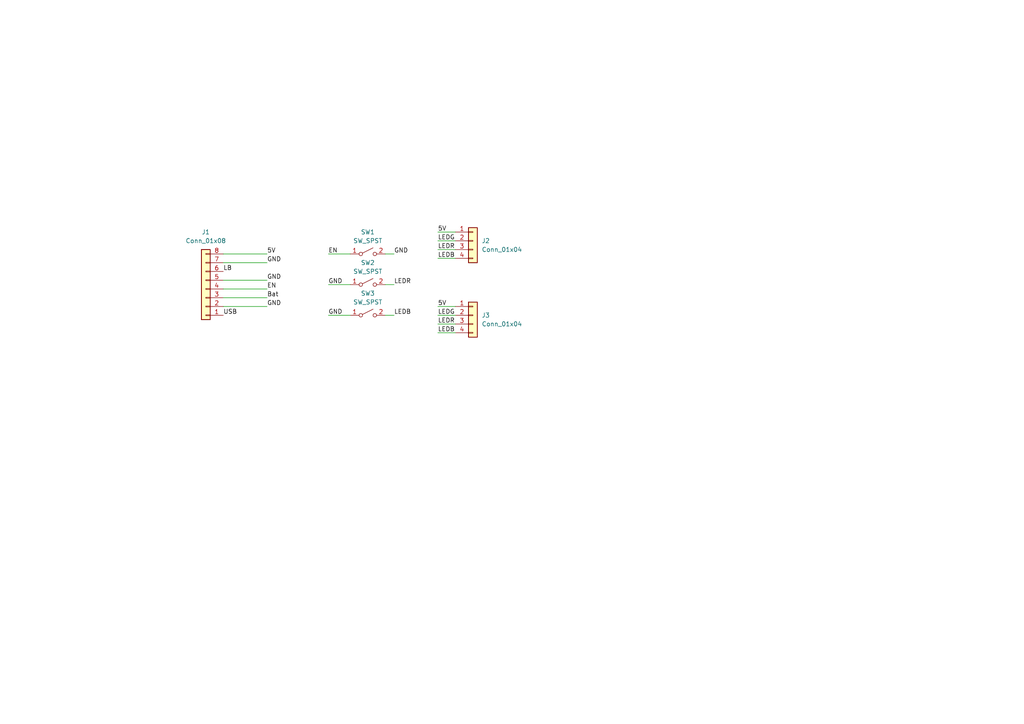
<source format=kicad_sch>
(kicad_sch (version 20231120) (generator "eeschema") (generator_version "8.0")
  (paper "A4")
  (lib_symbols
    (symbol "Connector_Generic:Conn_01x04" (pin_names (offset 1.016) hide)
      (property "Reference" "J" (at 0 5.08 0))
      (property "Value" "Conn_01x04" (at 0 -7.62 0))
      (symbol "Conn_01x04_1_1"
        (rectangle (start -1.27 -4.953) (end 0 -5.207) (stroke (width 0.1524)))
        (rectangle (start -1.27 -2.413) (end 0 -2.667) (stroke (width 0.1524)))
        (rectangle (start -1.27 0.127) (end 0 -0.127) (stroke (width 0.1524)))
        (rectangle (start -1.27 2.667) (end 0 2.413) (stroke (width 0.1524)))
        (rectangle (start -1.27 3.81) (end 1.27 -6.35) (stroke (width 0.254)) (fill (type background)))
        (pin passive line (at -5.08 2.54 0) (length 3.81) (name "Pin_1") (number "1"))
        (pin passive line (at -5.08 0 0) (length 3.81) (name "Pin_2") (number "2"))
        (pin passive line (at -5.08 -2.54 0) (length 3.81) (name "Pin_3") (number "3"))
        (pin passive line (at -5.08 -5.08 0) (length 3.81) (name "Pin_4") (number "4"))
      )
    )
    (symbol "Connector_Generic:Conn_01x08" (pin_names (offset 1.016) hide)
      (property "Reference" "J" (at 0 10.16 0))
      (property "Value" "Conn_01x08" (at 0 -12.7 0))
      (symbol "Conn_01x08_1_1"
        (rectangle (start -1.27 -10.033) (end 0 -10.287) (stroke (width 0.1524)))
        (rectangle (start -1.27 -7.493) (end 0 -7.747) (stroke (width 0.1524)))
        (rectangle (start -1.27 -4.953) (end 0 -5.207) (stroke (width 0.1524)))
        (rectangle (start -1.27 -2.413) (end 0 -2.667) (stroke (width 0.1524)))
        (rectangle (start -1.27 0.127) (end 0 -0.127) (stroke (width 0.1524)))
        (rectangle (start -1.27 2.667) (end 0 2.413) (stroke (width 0.1524)))
        (rectangle (start -1.27 5.207) (end 0 4.953) (stroke (width 0.1524)))
        (rectangle (start -1.27 7.747) (end 0 7.493) (stroke (width 0.1524)))
        (rectangle (start -1.27 8.89) (end 1.27 -11.43) (stroke (width 0.254)) (fill (type background)))
        (pin passive line (at -5.08 7.62 0) (length 3.81) (name "Pin_1") (number "1"))
        (pin passive line (at -5.08 5.08 0) (length 3.81) (name "Pin_2") (number "2"))
        (pin passive line (at -5.08 2.54 0) (length 3.81) (name "Pin_3") (number "3"))
        (pin passive line (at -5.08 0 0) (length 3.81) (name "Pin_4") (number "4"))
        (pin passive line (at -5.08 -2.54 0) (length 3.81) (name "Pin_5") (number "5"))
        (pin passive line (at -5.08 -5.08 0) (length 3.81) (name "Pin_6") (number "6"))
        (pin passive line (at -5.08 -7.62 0) (length 3.81) (name "Pin_7") (number "7"))
        (pin passive line (at -5.08 -10.16 0) (length 3.81) (name "Pin_8") (number "8"))
      )
    )
    (symbol "Switch:SW_SPST" (pin_names (offset 0) hide)
      (property "Reference" "SW" (at 0 3.175 0))
      (property "Value" "SW_SPST" (at 0 -2.54 0))
      (symbol "SW_SPST_0_0"
        (circle (center -2.032 0) (radius 0.508))
        (polyline (pts (xy -1.524 0.254) (xy 1.524 1.778)))
        (circle (center 2.032 0) (radius 0.508))
      )
      (symbol "SW_SPST_1_1"
        (pin passive line (at -5.08 0 0) (length 2.54) (name "A") (number "1"))
        (pin passive line (at 5.08 0 180) (length 2.54) (name "B") (number "2"))
      )
    )
  )
  (wire (pts (xy 114.3 82.55) (xy 111.76 82.55)))
  (wire (pts (xy 95.25 82.55) (xy 101.6 82.55)))
  (wire (pts (xy 77.47 76.2) (xy 64.77 76.2)))
  (wire (pts (xy 77.47 88.9) (xy 64.77 88.9)))
  (wire (pts (xy 127 67.31) (xy 132.08 67.31)))
  (wire (pts (xy 114.3 91.44) (xy 111.76 91.44)))
  (wire (pts (xy 114.3 73.66) (xy 111.76 73.66)))
  (wire (pts (xy 127 91.44) (xy 132.08 91.44)))
  (wire (pts (xy 127 96.52) (xy 132.08 96.52)))
  (wire (pts (xy 127 88.9) (xy 132.08 88.9)))
  (wire (pts (xy 77.47 83.82) (xy 64.77 83.82)))
  (wire (pts (xy 95.25 73.66) (xy 101.6 73.66)))
  (wire (pts (xy 77.47 86.36) (xy 64.77 86.36)))
  (wire (pts (xy 127 72.39) (xy 132.08 72.39)))
  (wire (pts (xy 127 69.85) (xy 132.08 69.85)))
  (wire (pts (xy 127 74.93) (xy 132.08 74.93)))
  (wire (pts (xy 95.25 91.44) (xy 101.6 91.44)))
  (wire (pts (xy 77.47 73.66) (xy 64.77 73.66)))
  (wire (pts (xy 127 93.98) (xy 132.08 93.98)))
  (wire (pts (xy 77.47 81.28) (xy 64.77 81.28)))
  (label "GND" (at 95.25 82.55 0))
  (label "GND" (at 77.47 76.2 0))
  (label "LEDR" (at 114.3 82.55 0))
  (label "EN" (at 95.25 73.66 0))
  (label "EN" (at 77.47 83.82 0))
  (label "GND" (at 77.47 88.9 0))
  (label "LEDR" (at 127 93.98 0))
  (label "USB" (at 64.77 91.44 0))
  (label "5V" (at 127 67.31 0))
  (label "LEDR" (at 127 72.39 0))
  (label "LEDG" (at 127 91.44 0))
  (label "LB" (at 64.77 78.74 0))
  (label "GND" (at 114.3 73.66 0))
  (label "LEDB" (at 127 96.52 0))
  (label "LEDG" (at 127 69.85 0))
  (label "5V" (at 77.47 73.66 0))
  (label "GND" (at 95.25 91.44 0))
  (label "LEDB" (at 127 74.93 0))
  (label "5V" (at 127 88.9 0))
  (label "GND" (at 77.47 81.28 0))
  (label "LEDB" (at 114.3 91.44 0))
  (label "Bat" (at 77.47 86.36 0))
  (symbol (lib_id "Switch:SW_SPST") (at 106.68 82.55 0) (unit 1)
    (property "Reference" "SW2" (at 106.68 76.2 0))
    (property "Value" "SW_SPST" (at 106.68 78.74 0))
    (property "Footprint" "RB141C1100:SW_RB141C1100" (effects (hide yes)))
    (property "Description" "Single Pole Single Throw (SPST) switch" (effects (hide yes)))
  )
  (symbol (lib_id "Switch:SW_SPST") (at 106.68 73.66 0) (unit 1)
    (property "Reference" "SW1" (at 106.68 67.31 0))
    (property "Value" "SW_SPST" (at 106.68 69.85 0))
    (property "Footprint" "RB141C1100:SW_RB141C1100" (effects (hide yes)))
    (property "Description" "Single Pole Single Throw (SPST) switch" (effects (hide yes)))
  )
  (symbol (lib_id "Connector_Generic:Conn_01x04") (at 137.16 91.44 0) (unit 1)
    (property "Reference" "J3" (at 139.7 91.4399 0) (effects (justify left)))
    (property "Value" "Conn_01x04" (at 139.7 93.9799 0) (effects (justify left)))
    (property "Footprint" "Connector_PinHeader_2.54mm:PinHeader_1x04_P2.54mm_Vertical" (effects (hide yes)))
    (property "Description" "Generic connector, single row, 01x04, script generated (kicad-library-utils/schlib/autogen/connector/)" (effects (hide yes)))
  )
  (symbol (lib_id "Switch:SW_SPST") (at 106.68 91.44 0) (unit 1)
    (property "Reference" "SW3" (at 106.68 85.09 0))
    (property "Value" "SW_SPST" (at 106.68 87.63 0))
    (property "Footprint" "RB141C1100:SW_RB141C1100" (effects (hide yes)))
    (property "Description" "Single Pole Single Throw (SPST) switch" (effects (hide yes)))
  )
  (symbol (lib_id "Connector_Generic:Conn_01x04") (at 137.16 69.85 0) (unit 1)
    (property "Reference" "J2" (at 139.7 69.8499 0) (effects (justify left)))
    (property "Value" "Conn_01x04" (at 139.7 72.3899 0) (effects (justify left)))
    (property "Footprint" "Connector_PinHeader_2.54mm:PinHeader_1x04_P2.54mm_Vertical" (effects (hide yes)))
    (property "Description" "Generic connector, single row, 01x04, script generated (kicad-library-utils/schlib/autogen/connector/)" (effects (hide yes)))
  )
  (symbol (lib_id "Connector_Generic:Conn_01x08") (at 59.69 83.82 180) (unit 1)
    (property "Reference" "J1" (at 59.69 67.31 0))
    (property "Value" "Conn_01x08" (at 59.69 69.85 0))
    (property "Footprint" "Connector_PinHeader_2.54mm:PinHeader_1x08_P2.54mm_Vertical" (effects (hide yes)))
    (property "Description" "Generic connector, single row, 01x08, script generated (kicad-library-utils/schlib/autogen/connector/)" (effects (hide yes)))
  )
)
</source>
